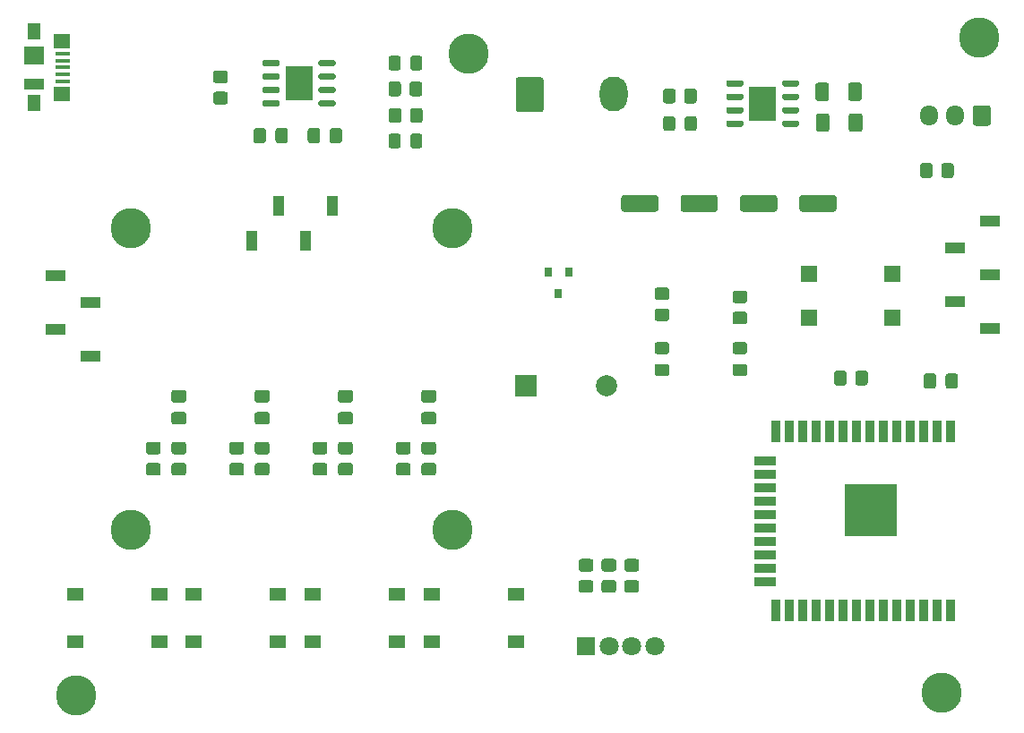
<source format=gbr>
%TF.GenerationSoftware,KiCad,Pcbnew,(5.1.10-1-10_14)*%
%TF.CreationDate,2022-01-13T07:57:04-05:00*%
%TF.ProjectId,PCB_Design,5043425f-4465-4736-9967-6e2e6b696361,rev?*%
%TF.SameCoordinates,Original*%
%TF.FileFunction,Soldermask,Top*%
%TF.FilePolarity,Negative*%
%FSLAX46Y46*%
G04 Gerber Fmt 4.6, Leading zero omitted, Abs format (unit mm)*
G04 Created by KiCad (PCBNEW (5.1.10-1-10_14)) date 2022-01-13 07:57:04*
%MOMM*%
%LPD*%
G01*
G04 APERTURE LIST*
%ADD10O,2.640000X3.300000*%
%ADD11R,1.900000X1.000000*%
%ADD12R,1.900000X1.800000*%
%ADD13R,1.300000X1.650000*%
%ADD14R,1.550000X1.425000*%
%ADD15R,1.380000X0.450000*%
%ADD16R,1.500000X1.500000*%
%ADD17R,1.000000X1.900000*%
%ADD18C,3.800000*%
%ADD19R,1.550000X1.300000*%
%ADD20R,2.000000X2.000000*%
%ADD21C,2.000000*%
%ADD22R,1.800000X1.800000*%
%ADD23C,1.800000*%
%ADD24R,2.514000X3.200000*%
%ADD25R,0.800000X0.900000*%
%ADD26O,1.700000X1.950000*%
%ADD27R,5.000000X5.000000*%
%ADD28R,0.900000X2.000000*%
%ADD29R,2.000000X0.900000*%
G04 APERTURE END LIST*
%TO.C,R2*%
G36*
G01*
X140282500Y-99989800D02*
X140282500Y-98739800D01*
G75*
G02*
X140532500Y-98489800I250000J0D01*
G01*
X141332500Y-98489800D01*
G75*
G02*
X141582500Y-98739800I0J-250000D01*
G01*
X141582500Y-99989800D01*
G75*
G02*
X141332500Y-100239800I-250000J0D01*
G01*
X140532500Y-100239800D01*
G75*
G02*
X140282500Y-99989800I0J250000D01*
G01*
G37*
G36*
G01*
X137182500Y-99989800D02*
X137182500Y-98739800D01*
G75*
G02*
X137432500Y-98489800I250000J0D01*
G01*
X138232500Y-98489800D01*
G75*
G02*
X138482500Y-98739800I0J-250000D01*
G01*
X138482500Y-99989800D01*
G75*
G02*
X138232500Y-100239800I-250000J0D01*
G01*
X137432500Y-100239800D01*
G75*
G02*
X137182500Y-99989800I0J250000D01*
G01*
G37*
%TD*%
%TO.C,R1*%
G36*
G01*
X138520600Y-101648100D02*
X138520600Y-102898100D01*
G75*
G02*
X138270600Y-103148100I-250000J0D01*
G01*
X137470600Y-103148100D01*
G75*
G02*
X137220600Y-102898100I0J250000D01*
G01*
X137220600Y-101648100D01*
G75*
G02*
X137470600Y-101398100I250000J0D01*
G01*
X138270600Y-101398100D01*
G75*
G02*
X138520600Y-101648100I0J-250000D01*
G01*
G37*
G36*
G01*
X141620600Y-101648100D02*
X141620600Y-102898100D01*
G75*
G02*
X141370600Y-103148100I-250000J0D01*
G01*
X140570600Y-103148100D01*
G75*
G02*
X140320600Y-102898100I0J250000D01*
G01*
X140320600Y-101648100D01*
G75*
G02*
X140570600Y-101398100I250000J0D01*
G01*
X141370600Y-101398100D01*
G75*
G02*
X141620600Y-101648100I0J-250000D01*
G01*
G37*
%TD*%
D10*
%TO.C,SW_ONOFF1*%
X118110000Y-99568000D03*
G36*
G01*
X111242500Y-101281500D02*
X109102500Y-101281500D01*
G75*
G02*
X108852500Y-101031500I0J250000D01*
G01*
X108852500Y-98231500D01*
G75*
G02*
X109102500Y-97981500I250000J0D01*
G01*
X111242500Y-97981500D01*
G75*
G02*
X111492500Y-98231500I0J-250000D01*
G01*
X111492500Y-101031500D01*
G75*
G02*
X111242500Y-101281500I-250000J0D01*
G01*
G37*
%TD*%
%TO.C,R_rLED1*%
G36*
G01*
X98028300Y-98635399D02*
X98028300Y-99535401D01*
G75*
G02*
X97778301Y-99785400I-249999J0D01*
G01*
X97078299Y-99785400D01*
G75*
G02*
X96828300Y-99535401I0J249999D01*
G01*
X96828300Y-98635399D01*
G75*
G02*
X97078299Y-98385400I249999J0D01*
G01*
X97778301Y-98385400D01*
G75*
G02*
X98028300Y-98635399I0J-249999D01*
G01*
G37*
G36*
G01*
X100028300Y-98635399D02*
X100028300Y-99535401D01*
G75*
G02*
X99778301Y-99785400I-249999J0D01*
G01*
X99078299Y-99785400D01*
G75*
G02*
X98828300Y-99535401I0J249999D01*
G01*
X98828300Y-98635399D01*
G75*
G02*
X99078299Y-98385400I249999J0D01*
G01*
X99778301Y-98385400D01*
G75*
G02*
X100028300Y-98635399I0J-249999D01*
G01*
G37*
%TD*%
D11*
%TO.C,J2*%
X63379500Y-98603400D03*
D12*
X63379500Y-95903400D03*
D13*
X63379500Y-100428400D03*
X63379500Y-93678400D03*
D14*
X65954500Y-99540900D03*
X65954500Y-94565900D03*
D15*
X66039500Y-98353400D03*
X66039500Y-97703400D03*
X66039500Y-97053400D03*
X66039500Y-96403400D03*
X66039500Y-95753400D03*
%TD*%
D16*
%TO.C,SW2*%
X144412800Y-116586000D03*
X136612800Y-116586000D03*
%TD*%
%TO.C,SW1*%
X136612800Y-120700800D03*
X144412800Y-120700800D03*
%TD*%
%TO.C,C_bypass1*%
G36*
G01*
X148588400Y-126245600D02*
X148588400Y-127195600D01*
G75*
G02*
X148338400Y-127445600I-250000J0D01*
G01*
X147663400Y-127445600D01*
G75*
G02*
X147413400Y-127195600I0J250000D01*
G01*
X147413400Y-126245600D01*
G75*
G02*
X147663400Y-125995600I250000J0D01*
G01*
X148338400Y-125995600D01*
G75*
G02*
X148588400Y-126245600I0J-250000D01*
G01*
G37*
G36*
G01*
X150663400Y-126245600D02*
X150663400Y-127195600D01*
G75*
G02*
X150413400Y-127445600I-250000J0D01*
G01*
X149738400Y-127445600D01*
G75*
G02*
X149488400Y-127195600I0J250000D01*
G01*
X149488400Y-126245600D01*
G75*
G02*
X149738400Y-125995600I250000J0D01*
G01*
X150413400Y-125995600D01*
G75*
G02*
X150663400Y-126245600I0J-250000D01*
G01*
G37*
%TD*%
D17*
%TO.C,Conn_OLED1*%
X91503500Y-110110000D03*
X86423500Y-110110000D03*
X88963500Y-113410000D03*
X83883500Y-113410000D03*
D18*
X72493500Y-140760000D03*
X72493500Y-112260000D03*
X102893500Y-112260000D03*
X102893500Y-140760000D03*
%TD*%
%TO.C,Tornillo vier*%
X149098000Y-156210000D03*
%TD*%
%TO.C,Tornillo drei*%
X67310000Y-156464000D03*
%TD*%
%TO.C,Tornillo zwei*%
X152654000Y-94234000D03*
%TD*%
%TO.C,Tornillo eins*%
X104394000Y-95758000D03*
%TD*%
D11*
%TO.C,Conn_prog1*%
X150369000Y-114109500D03*
X150369000Y-119189500D03*
X153669000Y-111569500D03*
X153669000Y-116649500D03*
X153669000Y-121729500D03*
%TD*%
D19*
%TO.C,BT4*%
X67208500Y-146911500D03*
X67208500Y-151411500D03*
X75158500Y-151411500D03*
X75158500Y-146911500D03*
%TD*%
%TO.C,BT3*%
X78448000Y-146911500D03*
X78448000Y-151411500D03*
X86398000Y-151411500D03*
X86398000Y-146911500D03*
%TD*%
%TO.C,BT2*%
X89687500Y-146911500D03*
X89687500Y-151411500D03*
X97637500Y-151411500D03*
X97637500Y-146911500D03*
%TD*%
%TO.C,BT1*%
X100927500Y-146911500D03*
X100927500Y-151411500D03*
X108877500Y-151411500D03*
X108877500Y-146911500D03*
%TD*%
%TO.C,Cd4*%
G36*
G01*
X76550500Y-129651000D02*
X77500500Y-129651000D01*
G75*
G02*
X77750500Y-129901000I0J-250000D01*
G01*
X77750500Y-130576000D01*
G75*
G02*
X77500500Y-130826000I-250000J0D01*
G01*
X76550500Y-130826000D01*
G75*
G02*
X76300500Y-130576000I0J250000D01*
G01*
X76300500Y-129901000D01*
G75*
G02*
X76550500Y-129651000I250000J0D01*
G01*
G37*
G36*
G01*
X76550500Y-127576000D02*
X77500500Y-127576000D01*
G75*
G02*
X77750500Y-127826000I0J-250000D01*
G01*
X77750500Y-128501000D01*
G75*
G02*
X77500500Y-128751000I-250000J0D01*
G01*
X76550500Y-128751000D01*
G75*
G02*
X76300500Y-128501000I0J250000D01*
G01*
X76300500Y-127826000D01*
G75*
G02*
X76550500Y-127576000I250000J0D01*
G01*
G37*
%TD*%
%TO.C,Cd3*%
G36*
G01*
X84424500Y-129651000D02*
X85374500Y-129651000D01*
G75*
G02*
X85624500Y-129901000I0J-250000D01*
G01*
X85624500Y-130576000D01*
G75*
G02*
X85374500Y-130826000I-250000J0D01*
G01*
X84424500Y-130826000D01*
G75*
G02*
X84174500Y-130576000I0J250000D01*
G01*
X84174500Y-129901000D01*
G75*
G02*
X84424500Y-129651000I250000J0D01*
G01*
G37*
G36*
G01*
X84424500Y-127576000D02*
X85374500Y-127576000D01*
G75*
G02*
X85624500Y-127826000I0J-250000D01*
G01*
X85624500Y-128501000D01*
G75*
G02*
X85374500Y-128751000I-250000J0D01*
G01*
X84424500Y-128751000D01*
G75*
G02*
X84174500Y-128501000I0J250000D01*
G01*
X84174500Y-127826000D01*
G75*
G02*
X84424500Y-127576000I250000J0D01*
G01*
G37*
%TD*%
%TO.C,Cd2*%
G36*
G01*
X92298500Y-129651000D02*
X93248500Y-129651000D01*
G75*
G02*
X93498500Y-129901000I0J-250000D01*
G01*
X93498500Y-130576000D01*
G75*
G02*
X93248500Y-130826000I-250000J0D01*
G01*
X92298500Y-130826000D01*
G75*
G02*
X92048500Y-130576000I0J250000D01*
G01*
X92048500Y-129901000D01*
G75*
G02*
X92298500Y-129651000I250000J0D01*
G01*
G37*
G36*
G01*
X92298500Y-127576000D02*
X93248500Y-127576000D01*
G75*
G02*
X93498500Y-127826000I0J-250000D01*
G01*
X93498500Y-128501000D01*
G75*
G02*
X93248500Y-128751000I-250000J0D01*
G01*
X92298500Y-128751000D01*
G75*
G02*
X92048500Y-128501000I0J250000D01*
G01*
X92048500Y-127826000D01*
G75*
G02*
X92298500Y-127576000I250000J0D01*
G01*
G37*
%TD*%
%TO.C,Cd1*%
G36*
G01*
X100172500Y-129651000D02*
X101122500Y-129651000D01*
G75*
G02*
X101372500Y-129901000I0J-250000D01*
G01*
X101372500Y-130576000D01*
G75*
G02*
X101122500Y-130826000I-250000J0D01*
G01*
X100172500Y-130826000D01*
G75*
G02*
X99922500Y-130576000I0J250000D01*
G01*
X99922500Y-129901000D01*
G75*
G02*
X100172500Y-129651000I250000J0D01*
G01*
G37*
G36*
G01*
X100172500Y-127576000D02*
X101122500Y-127576000D01*
G75*
G02*
X101372500Y-127826000I0J-250000D01*
G01*
X101372500Y-128501000D01*
G75*
G02*
X101122500Y-128751000I-250000J0D01*
G01*
X100172500Y-128751000D01*
G75*
G02*
X99922500Y-128501000I0J250000D01*
G01*
X99922500Y-127826000D01*
G75*
G02*
X100172500Y-127576000I250000J0D01*
G01*
G37*
%TD*%
%TO.C,C2*%
G36*
G01*
X90376500Y-103030000D02*
X90376500Y-103980000D01*
G75*
G02*
X90126500Y-104230000I-250000J0D01*
G01*
X89451500Y-104230000D01*
G75*
G02*
X89201500Y-103980000I0J250000D01*
G01*
X89201500Y-103030000D01*
G75*
G02*
X89451500Y-102780000I250000J0D01*
G01*
X90126500Y-102780000D01*
G75*
G02*
X90376500Y-103030000I0J-250000D01*
G01*
G37*
G36*
G01*
X92451500Y-103030000D02*
X92451500Y-103980000D01*
G75*
G02*
X92201500Y-104230000I-250000J0D01*
G01*
X91526500Y-104230000D01*
G75*
G02*
X91276500Y-103980000I0J250000D01*
G01*
X91276500Y-103030000D01*
G75*
G02*
X91526500Y-102780000I250000J0D01*
G01*
X92201500Y-102780000D01*
G75*
G02*
X92451500Y-103030000I0J-250000D01*
G01*
G37*
%TD*%
%TO.C,C1*%
G36*
G01*
X86153500Y-103980000D02*
X86153500Y-103030000D01*
G75*
G02*
X86403500Y-102780000I250000J0D01*
G01*
X87078500Y-102780000D01*
G75*
G02*
X87328500Y-103030000I0J-250000D01*
G01*
X87328500Y-103980000D01*
G75*
G02*
X87078500Y-104230000I-250000J0D01*
G01*
X86403500Y-104230000D01*
G75*
G02*
X86153500Y-103980000I0J250000D01*
G01*
G37*
G36*
G01*
X84078500Y-103980000D02*
X84078500Y-103030000D01*
G75*
G02*
X84328500Y-102780000I250000J0D01*
G01*
X85003500Y-102780000D01*
G75*
G02*
X85253500Y-103030000I0J-250000D01*
G01*
X85253500Y-103980000D01*
G75*
G02*
X85003500Y-104230000I-250000J0D01*
G01*
X84328500Y-104230000D01*
G75*
G02*
X84078500Y-103980000I0J250000D01*
G01*
G37*
%TD*%
%TO.C,4.7k1*%
G36*
G01*
X149069500Y-107257001D02*
X149069500Y-106356999D01*
G75*
G02*
X149319499Y-106107000I249999J0D01*
G01*
X150019501Y-106107000D01*
G75*
G02*
X150269500Y-106356999I0J-249999D01*
G01*
X150269500Y-107257001D01*
G75*
G02*
X150019501Y-107507000I-249999J0D01*
G01*
X149319499Y-107507000D01*
G75*
G02*
X149069500Y-107257001I0J249999D01*
G01*
G37*
G36*
G01*
X147069500Y-107257001D02*
X147069500Y-106356999D01*
G75*
G02*
X147319499Y-106107000I249999J0D01*
G01*
X148019501Y-106107000D01*
G75*
G02*
X148269500Y-106356999I0J-249999D01*
G01*
X148269500Y-107257001D01*
G75*
G02*
X148019501Y-107507000I-249999J0D01*
G01*
X147319499Y-107507000D01*
G75*
G02*
X147069500Y-107257001I0J249999D01*
G01*
G37*
%TD*%
D20*
%TO.C,Buzzer1*%
X109855000Y-127190500D03*
D21*
X117455000Y-127190500D03*
%TD*%
D22*
%TO.C,D1*%
X115519200Y-151790400D03*
D23*
X117678200Y-151790400D03*
X119837200Y-151790400D03*
X121996200Y-151790400D03*
%TD*%
%TO.C,FlagLED_R1*%
G36*
G01*
X122787500Y-102812001D02*
X122787500Y-101911999D01*
G75*
G02*
X123037499Y-101662000I249999J0D01*
G01*
X123687501Y-101662000D01*
G75*
G02*
X123937500Y-101911999I0J-249999D01*
G01*
X123937500Y-102812001D01*
G75*
G02*
X123687501Y-103062000I-249999J0D01*
G01*
X123037499Y-103062000D01*
G75*
G02*
X122787500Y-102812001I0J249999D01*
G01*
G37*
G36*
G01*
X124837500Y-102812001D02*
X124837500Y-101911999D01*
G75*
G02*
X125087499Y-101662000I249999J0D01*
G01*
X125737501Y-101662000D01*
G75*
G02*
X125987500Y-101911999I0J-249999D01*
G01*
X125987500Y-102812001D01*
G75*
G02*
X125737501Y-103062000I-249999J0D01*
G01*
X125087499Y-103062000D01*
G75*
G02*
X124837500Y-102812001I0J249999D01*
G01*
G37*
%TD*%
%TO.C,gLED1*%
G36*
G01*
X97991400Y-103562999D02*
X97991400Y-104463001D01*
G75*
G02*
X97741401Y-104713000I-249999J0D01*
G01*
X97091399Y-104713000D01*
G75*
G02*
X96841400Y-104463001I0J249999D01*
G01*
X96841400Y-103562999D01*
G75*
G02*
X97091399Y-103313000I249999J0D01*
G01*
X97741401Y-103313000D01*
G75*
G02*
X97991400Y-103562999I0J-249999D01*
G01*
G37*
G36*
G01*
X100041400Y-103562999D02*
X100041400Y-104463001D01*
G75*
G02*
X99791401Y-104713000I-249999J0D01*
G01*
X99141399Y-104713000D01*
G75*
G02*
X98891400Y-104463001I0J249999D01*
G01*
X98891400Y-103562999D01*
G75*
G02*
X99141399Y-103313000I249999J0D01*
G01*
X99791401Y-103313000D01*
G75*
G02*
X100041400Y-103562999I0J-249999D01*
G01*
G37*
%TD*%
D24*
%TO.C,IC1*%
X132207000Y-100457000D03*
G36*
G01*
X134032000Y-98702000D02*
X134032000Y-98402000D01*
G75*
G02*
X134182000Y-98252000I150000J0D01*
G01*
X135507000Y-98252000D01*
G75*
G02*
X135657000Y-98402000I0J-150000D01*
G01*
X135657000Y-98702000D01*
G75*
G02*
X135507000Y-98852000I-150000J0D01*
G01*
X134182000Y-98852000D01*
G75*
G02*
X134032000Y-98702000I0J150000D01*
G01*
G37*
G36*
G01*
X134032000Y-99972000D02*
X134032000Y-99672000D01*
G75*
G02*
X134182000Y-99522000I150000J0D01*
G01*
X135507000Y-99522000D01*
G75*
G02*
X135657000Y-99672000I0J-150000D01*
G01*
X135657000Y-99972000D01*
G75*
G02*
X135507000Y-100122000I-150000J0D01*
G01*
X134182000Y-100122000D01*
G75*
G02*
X134032000Y-99972000I0J150000D01*
G01*
G37*
G36*
G01*
X134032000Y-101242000D02*
X134032000Y-100942000D01*
G75*
G02*
X134182000Y-100792000I150000J0D01*
G01*
X135507000Y-100792000D01*
G75*
G02*
X135657000Y-100942000I0J-150000D01*
G01*
X135657000Y-101242000D01*
G75*
G02*
X135507000Y-101392000I-150000J0D01*
G01*
X134182000Y-101392000D01*
G75*
G02*
X134032000Y-101242000I0J150000D01*
G01*
G37*
G36*
G01*
X134032000Y-102512000D02*
X134032000Y-102212000D01*
G75*
G02*
X134182000Y-102062000I150000J0D01*
G01*
X135507000Y-102062000D01*
G75*
G02*
X135657000Y-102212000I0J-150000D01*
G01*
X135657000Y-102512000D01*
G75*
G02*
X135507000Y-102662000I-150000J0D01*
G01*
X134182000Y-102662000D01*
G75*
G02*
X134032000Y-102512000I0J150000D01*
G01*
G37*
G36*
G01*
X128757000Y-102512000D02*
X128757000Y-102212000D01*
G75*
G02*
X128907000Y-102062000I150000J0D01*
G01*
X130232000Y-102062000D01*
G75*
G02*
X130382000Y-102212000I0J-150000D01*
G01*
X130382000Y-102512000D01*
G75*
G02*
X130232000Y-102662000I-150000J0D01*
G01*
X128907000Y-102662000D01*
G75*
G02*
X128757000Y-102512000I0J150000D01*
G01*
G37*
G36*
G01*
X128757000Y-101242000D02*
X128757000Y-100942000D01*
G75*
G02*
X128907000Y-100792000I150000J0D01*
G01*
X130232000Y-100792000D01*
G75*
G02*
X130382000Y-100942000I0J-150000D01*
G01*
X130382000Y-101242000D01*
G75*
G02*
X130232000Y-101392000I-150000J0D01*
G01*
X128907000Y-101392000D01*
G75*
G02*
X128757000Y-101242000I0J150000D01*
G01*
G37*
G36*
G01*
X128757000Y-99972000D02*
X128757000Y-99672000D01*
G75*
G02*
X128907000Y-99522000I150000J0D01*
G01*
X130232000Y-99522000D01*
G75*
G02*
X130382000Y-99672000I0J-150000D01*
G01*
X130382000Y-99972000D01*
G75*
G02*
X130232000Y-100122000I-150000J0D01*
G01*
X128907000Y-100122000D01*
G75*
G02*
X128757000Y-99972000I0J150000D01*
G01*
G37*
G36*
G01*
X128757000Y-98702000D02*
X128757000Y-98402000D01*
G75*
G02*
X128907000Y-98252000I150000J0D01*
G01*
X130232000Y-98252000D01*
G75*
G02*
X130382000Y-98402000I0J-150000D01*
G01*
X130382000Y-98702000D01*
G75*
G02*
X130232000Y-98852000I-150000J0D01*
G01*
X128907000Y-98852000D01*
G75*
G02*
X128757000Y-98702000I0J150000D01*
G01*
G37*
%TD*%
%TO.C,J1*%
G36*
G01*
X84942000Y-96797000D02*
X84942000Y-96497000D01*
G75*
G02*
X85092000Y-96347000I150000J0D01*
G01*
X86417000Y-96347000D01*
G75*
G02*
X86567000Y-96497000I0J-150000D01*
G01*
X86567000Y-96797000D01*
G75*
G02*
X86417000Y-96947000I-150000J0D01*
G01*
X85092000Y-96947000D01*
G75*
G02*
X84942000Y-96797000I0J150000D01*
G01*
G37*
G36*
G01*
X84942000Y-98067000D02*
X84942000Y-97767000D01*
G75*
G02*
X85092000Y-97617000I150000J0D01*
G01*
X86417000Y-97617000D01*
G75*
G02*
X86567000Y-97767000I0J-150000D01*
G01*
X86567000Y-98067000D01*
G75*
G02*
X86417000Y-98217000I-150000J0D01*
G01*
X85092000Y-98217000D01*
G75*
G02*
X84942000Y-98067000I0J150000D01*
G01*
G37*
G36*
G01*
X84942000Y-99337000D02*
X84942000Y-99037000D01*
G75*
G02*
X85092000Y-98887000I150000J0D01*
G01*
X86417000Y-98887000D01*
G75*
G02*
X86567000Y-99037000I0J-150000D01*
G01*
X86567000Y-99337000D01*
G75*
G02*
X86417000Y-99487000I-150000J0D01*
G01*
X85092000Y-99487000D01*
G75*
G02*
X84942000Y-99337000I0J150000D01*
G01*
G37*
G36*
G01*
X84942000Y-100607000D02*
X84942000Y-100307000D01*
G75*
G02*
X85092000Y-100157000I150000J0D01*
G01*
X86417000Y-100157000D01*
G75*
G02*
X86567000Y-100307000I0J-150000D01*
G01*
X86567000Y-100607000D01*
G75*
G02*
X86417000Y-100757000I-150000J0D01*
G01*
X85092000Y-100757000D01*
G75*
G02*
X84942000Y-100607000I0J150000D01*
G01*
G37*
G36*
G01*
X90217000Y-100607000D02*
X90217000Y-100307000D01*
G75*
G02*
X90367000Y-100157000I150000J0D01*
G01*
X91692000Y-100157000D01*
G75*
G02*
X91842000Y-100307000I0J-150000D01*
G01*
X91842000Y-100607000D01*
G75*
G02*
X91692000Y-100757000I-150000J0D01*
G01*
X90367000Y-100757000D01*
G75*
G02*
X90217000Y-100607000I0J150000D01*
G01*
G37*
G36*
G01*
X90217000Y-99337000D02*
X90217000Y-99037000D01*
G75*
G02*
X90367000Y-98887000I150000J0D01*
G01*
X91692000Y-98887000D01*
G75*
G02*
X91842000Y-99037000I0J-150000D01*
G01*
X91842000Y-99337000D01*
G75*
G02*
X91692000Y-99487000I-150000J0D01*
G01*
X90367000Y-99487000D01*
G75*
G02*
X90217000Y-99337000I0J150000D01*
G01*
G37*
G36*
G01*
X90217000Y-98067000D02*
X90217000Y-97767000D01*
G75*
G02*
X90367000Y-97617000I150000J0D01*
G01*
X91692000Y-97617000D01*
G75*
G02*
X91842000Y-97767000I0J-150000D01*
G01*
X91842000Y-98067000D01*
G75*
G02*
X91692000Y-98217000I-150000J0D01*
G01*
X90367000Y-98217000D01*
G75*
G02*
X90217000Y-98067000I0J150000D01*
G01*
G37*
G36*
G01*
X90217000Y-96797000D02*
X90217000Y-96497000D01*
G75*
G02*
X90367000Y-96347000I150000J0D01*
G01*
X91692000Y-96347000D01*
G75*
G02*
X91842000Y-96497000I0J-150000D01*
G01*
X91842000Y-96797000D01*
G75*
G02*
X91692000Y-96947000I-150000J0D01*
G01*
X90367000Y-96947000D01*
G75*
G02*
X90217000Y-96797000I0J150000D01*
G01*
G37*
X88392000Y-98552000D03*
%TD*%
%TO.C,LED_Piloto_G1*%
G36*
G01*
X130498001Y-124191500D02*
X129597999Y-124191500D01*
G75*
G02*
X129348000Y-123941501I0J249999D01*
G01*
X129348000Y-123291499D01*
G75*
G02*
X129597999Y-123041500I249999J0D01*
G01*
X130498001Y-123041500D01*
G75*
G02*
X130748000Y-123291499I0J-249999D01*
G01*
X130748000Y-123941501D01*
G75*
G02*
X130498001Y-124191500I-249999J0D01*
G01*
G37*
G36*
G01*
X130498001Y-126241500D02*
X129597999Y-126241500D01*
G75*
G02*
X129348000Y-125991501I0J249999D01*
G01*
X129348000Y-125341499D01*
G75*
G02*
X129597999Y-125091500I249999J0D01*
G01*
X130498001Y-125091500D01*
G75*
G02*
X130748000Y-125341499I0J-249999D01*
G01*
X130748000Y-125991501D01*
G75*
G02*
X130498001Y-126241500I-249999J0D01*
G01*
G37*
%TD*%
%TO.C,LED_Prog_B1*%
G36*
G01*
X122231999Y-123041500D02*
X123132001Y-123041500D01*
G75*
G02*
X123382000Y-123291499I0J-249999D01*
G01*
X123382000Y-123941501D01*
G75*
G02*
X123132001Y-124191500I-249999J0D01*
G01*
X122231999Y-124191500D01*
G75*
G02*
X121982000Y-123941501I0J249999D01*
G01*
X121982000Y-123291499D01*
G75*
G02*
X122231999Y-123041500I249999J0D01*
G01*
G37*
G36*
G01*
X122231999Y-125091500D02*
X123132001Y-125091500D01*
G75*
G02*
X123382000Y-125341499I0J-249999D01*
G01*
X123382000Y-125991501D01*
G75*
G02*
X123132001Y-126241500I-249999J0D01*
G01*
X122231999Y-126241500D01*
G75*
G02*
X121982000Y-125991501I0J249999D01*
G01*
X121982000Y-125341499D01*
G75*
G02*
X122231999Y-125091500I249999J0D01*
G01*
G37*
%TD*%
D25*
%TO.C,NMOS_Buzzer1*%
X113853000Y-116411500D03*
X111953000Y-116411500D03*
X112903000Y-118411500D03*
%TD*%
%TO.C,R_gLED1*%
G36*
G01*
X96866400Y-102050001D02*
X96866400Y-101149999D01*
G75*
G02*
X97116399Y-100900000I249999J0D01*
G01*
X97816401Y-100900000D01*
G75*
G02*
X98066400Y-101149999I0J-249999D01*
G01*
X98066400Y-102050001D01*
G75*
G02*
X97816401Y-102300000I-249999J0D01*
G01*
X97116399Y-102300000D01*
G75*
G02*
X96866400Y-102050001I0J249999D01*
G01*
G37*
G36*
G01*
X98866400Y-102050001D02*
X98866400Y-101149999D01*
G75*
G02*
X99116399Y-100900000I249999J0D01*
G01*
X99816401Y-100900000D01*
G75*
G02*
X100066400Y-101149999I0J-249999D01*
G01*
X100066400Y-102050001D01*
G75*
G02*
X99816401Y-102300000I-249999J0D01*
G01*
X99116399Y-102300000D01*
G75*
G02*
X98866400Y-102050001I0J249999D01*
G01*
G37*
%TD*%
%TO.C,R_Piloto1*%
G36*
G01*
X129597999Y-120161000D02*
X130498001Y-120161000D01*
G75*
G02*
X130748000Y-120410999I0J-249999D01*
G01*
X130748000Y-121111001D01*
G75*
G02*
X130498001Y-121361000I-249999J0D01*
G01*
X129597999Y-121361000D01*
G75*
G02*
X129348000Y-121111001I0J249999D01*
G01*
X129348000Y-120410999D01*
G75*
G02*
X129597999Y-120161000I249999J0D01*
G01*
G37*
G36*
G01*
X129597999Y-118161000D02*
X130498001Y-118161000D01*
G75*
G02*
X130748000Y-118410999I0J-249999D01*
G01*
X130748000Y-119111001D01*
G75*
G02*
X130498001Y-119361000I-249999J0D01*
G01*
X129597999Y-119361000D01*
G75*
G02*
X129348000Y-119111001I0J249999D01*
G01*
X129348000Y-118410999D01*
G75*
G02*
X129597999Y-118161000I249999J0D01*
G01*
G37*
%TD*%
%TO.C,R_PROG1*%
G36*
G01*
X80512499Y-99349000D02*
X81412501Y-99349000D01*
G75*
G02*
X81662500Y-99598999I0J-249999D01*
G01*
X81662500Y-100299001D01*
G75*
G02*
X81412501Y-100549000I-249999J0D01*
G01*
X80512499Y-100549000D01*
G75*
G02*
X80262500Y-100299001I0J249999D01*
G01*
X80262500Y-99598999D01*
G75*
G02*
X80512499Y-99349000I249999J0D01*
G01*
G37*
G36*
G01*
X80512499Y-97349000D02*
X81412501Y-97349000D01*
G75*
G02*
X81662500Y-97598999I0J-249999D01*
G01*
X81662500Y-98299001D01*
G75*
G02*
X81412501Y-98549000I-249999J0D01*
G01*
X80512499Y-98549000D01*
G75*
G02*
X80262500Y-98299001I0J249999D01*
G01*
X80262500Y-97598999D01*
G75*
G02*
X80512499Y-97349000I249999J0D01*
G01*
G37*
%TD*%
%TO.C,R_Prog_B1*%
G36*
G01*
X122231999Y-119859500D02*
X123132001Y-119859500D01*
G75*
G02*
X123382000Y-120109499I0J-249999D01*
G01*
X123382000Y-120809501D01*
G75*
G02*
X123132001Y-121059500I-249999J0D01*
G01*
X122231999Y-121059500D01*
G75*
G02*
X121982000Y-120809501I0J249999D01*
G01*
X121982000Y-120109499D01*
G75*
G02*
X122231999Y-119859500I249999J0D01*
G01*
G37*
G36*
G01*
X122231999Y-117859500D02*
X123132001Y-117859500D01*
G75*
G02*
X123382000Y-118109499I0J-249999D01*
G01*
X123382000Y-118809501D01*
G75*
G02*
X123132001Y-119059500I-249999J0D01*
G01*
X122231999Y-119059500D01*
G75*
G02*
X121982000Y-118809501I0J249999D01*
G01*
X121982000Y-118109499D01*
G75*
G02*
X122231999Y-117859500I249999J0D01*
G01*
G37*
%TD*%
%TO.C,R_RGB_B1*%
G36*
G01*
X115956501Y-144745000D02*
X115056499Y-144745000D01*
G75*
G02*
X114806500Y-144495001I0J249999D01*
G01*
X114806500Y-143794999D01*
G75*
G02*
X115056499Y-143545000I249999J0D01*
G01*
X115956501Y-143545000D01*
G75*
G02*
X116206500Y-143794999I0J-249999D01*
G01*
X116206500Y-144495001D01*
G75*
G02*
X115956501Y-144745000I-249999J0D01*
G01*
G37*
G36*
G01*
X115956501Y-146745000D02*
X115056499Y-146745000D01*
G75*
G02*
X114806500Y-146495001I0J249999D01*
G01*
X114806500Y-145794999D01*
G75*
G02*
X115056499Y-145545000I249999J0D01*
G01*
X115956501Y-145545000D01*
G75*
G02*
X116206500Y-145794999I0J-249999D01*
G01*
X116206500Y-146495001D01*
G75*
G02*
X115956501Y-146745000I-249999J0D01*
G01*
G37*
%TD*%
%TO.C,R_RGB_G1*%
G36*
G01*
X118115501Y-146745000D02*
X117215499Y-146745000D01*
G75*
G02*
X116965500Y-146495001I0J249999D01*
G01*
X116965500Y-145794999D01*
G75*
G02*
X117215499Y-145545000I249999J0D01*
G01*
X118115501Y-145545000D01*
G75*
G02*
X118365500Y-145794999I0J-249999D01*
G01*
X118365500Y-146495001D01*
G75*
G02*
X118115501Y-146745000I-249999J0D01*
G01*
G37*
G36*
G01*
X118115501Y-144745000D02*
X117215499Y-144745000D01*
G75*
G02*
X116965500Y-144495001I0J249999D01*
G01*
X116965500Y-143794999D01*
G75*
G02*
X117215499Y-143545000I249999J0D01*
G01*
X118115501Y-143545000D01*
G75*
G02*
X118365500Y-143794999I0J-249999D01*
G01*
X118365500Y-144495001D01*
G75*
G02*
X118115501Y-144745000I-249999J0D01*
G01*
G37*
%TD*%
%TO.C,R_RGB_R1*%
G36*
G01*
X120274501Y-144745000D02*
X119374499Y-144745000D01*
G75*
G02*
X119124500Y-144495001I0J249999D01*
G01*
X119124500Y-143794999D01*
G75*
G02*
X119374499Y-143545000I249999J0D01*
G01*
X120274501Y-143545000D01*
G75*
G02*
X120524500Y-143794999I0J-249999D01*
G01*
X120524500Y-144495001D01*
G75*
G02*
X120274501Y-144745000I-249999J0D01*
G01*
G37*
G36*
G01*
X120274501Y-146745000D02*
X119374499Y-146745000D01*
G75*
G02*
X119124500Y-146495001I0J249999D01*
G01*
X119124500Y-145794999D01*
G75*
G02*
X119374499Y-145545000I249999J0D01*
G01*
X120274501Y-145545000D01*
G75*
G02*
X120524500Y-145794999I0J-249999D01*
G01*
X120524500Y-146495001D01*
G75*
G02*
X120274501Y-146745000I-249999J0D01*
G01*
G37*
%TD*%
%TO.C,R_rLed1*%
G36*
G01*
X124780500Y-100208501D02*
X124780500Y-99308499D01*
G75*
G02*
X125030499Y-99058500I249999J0D01*
G01*
X125730501Y-99058500D01*
G75*
G02*
X125980500Y-99308499I0J-249999D01*
G01*
X125980500Y-100208501D01*
G75*
G02*
X125730501Y-100458500I-249999J0D01*
G01*
X125030499Y-100458500D01*
G75*
G02*
X124780500Y-100208501I0J249999D01*
G01*
G37*
G36*
G01*
X122780500Y-100208501D02*
X122780500Y-99308499D01*
G75*
G02*
X123030499Y-99058500I249999J0D01*
G01*
X123730501Y-99058500D01*
G75*
G02*
X123980500Y-99308499I0J-249999D01*
G01*
X123980500Y-100208501D01*
G75*
G02*
X123730501Y-100458500I-249999J0D01*
G01*
X123030499Y-100458500D01*
G75*
G02*
X122780500Y-100208501I0J249999D01*
G01*
G37*
%TD*%
%TO.C,Rd1*%
G36*
G01*
X100197499Y-132464500D02*
X101097501Y-132464500D01*
G75*
G02*
X101347500Y-132714499I0J-249999D01*
G01*
X101347500Y-133414501D01*
G75*
G02*
X101097501Y-133664500I-249999J0D01*
G01*
X100197499Y-133664500D01*
G75*
G02*
X99947500Y-133414501I0J249999D01*
G01*
X99947500Y-132714499D01*
G75*
G02*
X100197499Y-132464500I249999J0D01*
G01*
G37*
G36*
G01*
X100197499Y-134464500D02*
X101097501Y-134464500D01*
G75*
G02*
X101347500Y-134714499I0J-249999D01*
G01*
X101347500Y-135414501D01*
G75*
G02*
X101097501Y-135664500I-249999J0D01*
G01*
X100197499Y-135664500D01*
G75*
G02*
X99947500Y-135414501I0J249999D01*
G01*
X99947500Y-134714499D01*
G75*
G02*
X100197499Y-134464500I249999J0D01*
G01*
G37*
%TD*%
%TO.C,Rd2*%
G36*
G01*
X92323499Y-132464500D02*
X93223501Y-132464500D01*
G75*
G02*
X93473500Y-132714499I0J-249999D01*
G01*
X93473500Y-133414501D01*
G75*
G02*
X93223501Y-133664500I-249999J0D01*
G01*
X92323499Y-133664500D01*
G75*
G02*
X92073500Y-133414501I0J249999D01*
G01*
X92073500Y-132714499D01*
G75*
G02*
X92323499Y-132464500I249999J0D01*
G01*
G37*
G36*
G01*
X92323499Y-134464500D02*
X93223501Y-134464500D01*
G75*
G02*
X93473500Y-134714499I0J-249999D01*
G01*
X93473500Y-135414501D01*
G75*
G02*
X93223501Y-135664500I-249999J0D01*
G01*
X92323499Y-135664500D01*
G75*
G02*
X92073500Y-135414501I0J249999D01*
G01*
X92073500Y-134714499D01*
G75*
G02*
X92323499Y-134464500I249999J0D01*
G01*
G37*
%TD*%
%TO.C,Rd3*%
G36*
G01*
X84449499Y-132464500D02*
X85349501Y-132464500D01*
G75*
G02*
X85599500Y-132714499I0J-249999D01*
G01*
X85599500Y-133414501D01*
G75*
G02*
X85349501Y-133664500I-249999J0D01*
G01*
X84449499Y-133664500D01*
G75*
G02*
X84199500Y-133414501I0J249999D01*
G01*
X84199500Y-132714499D01*
G75*
G02*
X84449499Y-132464500I249999J0D01*
G01*
G37*
G36*
G01*
X84449499Y-134464500D02*
X85349501Y-134464500D01*
G75*
G02*
X85599500Y-134714499I0J-249999D01*
G01*
X85599500Y-135414501D01*
G75*
G02*
X85349501Y-135664500I-249999J0D01*
G01*
X84449499Y-135664500D01*
G75*
G02*
X84199500Y-135414501I0J249999D01*
G01*
X84199500Y-134714499D01*
G75*
G02*
X84449499Y-134464500I249999J0D01*
G01*
G37*
%TD*%
%TO.C,Rd4*%
G36*
G01*
X76575499Y-134464500D02*
X77475501Y-134464500D01*
G75*
G02*
X77725500Y-134714499I0J-249999D01*
G01*
X77725500Y-135414501D01*
G75*
G02*
X77475501Y-135664500I-249999J0D01*
G01*
X76575499Y-135664500D01*
G75*
G02*
X76325500Y-135414501I0J249999D01*
G01*
X76325500Y-134714499D01*
G75*
G02*
X76575499Y-134464500I249999J0D01*
G01*
G37*
G36*
G01*
X76575499Y-132464500D02*
X77475501Y-132464500D01*
G75*
G02*
X77725500Y-132714499I0J-249999D01*
G01*
X77725500Y-133414501D01*
G75*
G02*
X77475501Y-133664500I-249999J0D01*
G01*
X76575499Y-133664500D01*
G75*
G02*
X76325500Y-133414501I0J249999D01*
G01*
X76325500Y-132714499D01*
G75*
G02*
X76575499Y-132464500I249999J0D01*
G01*
G37*
%TD*%
%TO.C,Ren1*%
G36*
G01*
X140147600Y-125991199D02*
X140147600Y-126891201D01*
G75*
G02*
X139897601Y-127141200I-249999J0D01*
G01*
X139197599Y-127141200D01*
G75*
G02*
X138947600Y-126891201I0J249999D01*
G01*
X138947600Y-125991199D01*
G75*
G02*
X139197599Y-125741200I249999J0D01*
G01*
X139897601Y-125741200D01*
G75*
G02*
X140147600Y-125991199I0J-249999D01*
G01*
G37*
G36*
G01*
X142147600Y-125991199D02*
X142147600Y-126891201D01*
G75*
G02*
X141897601Y-127141200I-249999J0D01*
G01*
X141197599Y-127141200D01*
G75*
G02*
X140947600Y-126891201I0J249999D01*
G01*
X140947600Y-125991199D01*
G75*
G02*
X141197599Y-125741200I249999J0D01*
G01*
X141897601Y-125741200D01*
G75*
G02*
X142147600Y-125991199I0J-249999D01*
G01*
G37*
%TD*%
%TO.C,rLED1*%
G36*
G01*
X100041400Y-96196999D02*
X100041400Y-97097001D01*
G75*
G02*
X99791401Y-97347000I-249999J0D01*
G01*
X99141399Y-97347000D01*
G75*
G02*
X98891400Y-97097001I0J249999D01*
G01*
X98891400Y-96196999D01*
G75*
G02*
X99141399Y-95947000I249999J0D01*
G01*
X99791401Y-95947000D01*
G75*
G02*
X100041400Y-96196999I0J-249999D01*
G01*
G37*
G36*
G01*
X97991400Y-96196999D02*
X97991400Y-97097001D01*
G75*
G02*
X97741401Y-97347000I-249999J0D01*
G01*
X97091399Y-97347000D01*
G75*
G02*
X96841400Y-97097001I0J249999D01*
G01*
X96841400Y-96196999D01*
G75*
G02*
X97091399Y-95947000I249999J0D01*
G01*
X97741401Y-95947000D01*
G75*
G02*
X97991400Y-96196999I0J-249999D01*
G01*
G37*
%TD*%
%TO.C,Rogers1*%
G36*
G01*
X133576000Y-109368500D02*
X133576000Y-110468500D01*
G75*
G02*
X133326000Y-110718500I-250000J0D01*
G01*
X130326000Y-110718500D01*
G75*
G02*
X130076000Y-110468500I0J250000D01*
G01*
X130076000Y-109368500D01*
G75*
G02*
X130326000Y-109118500I250000J0D01*
G01*
X133326000Y-109118500D01*
G75*
G02*
X133576000Y-109368500I0J-250000D01*
G01*
G37*
G36*
G01*
X139176000Y-109368500D02*
X139176000Y-110468500D01*
G75*
G02*
X138926000Y-110718500I-250000J0D01*
G01*
X135926000Y-110718500D01*
G75*
G02*
X135676000Y-110468500I0J250000D01*
G01*
X135676000Y-109368500D01*
G75*
G02*
X135926000Y-109118500I250000J0D01*
G01*
X138926000Y-109118500D01*
G75*
G02*
X139176000Y-109368500I0J-250000D01*
G01*
G37*
%TD*%
%TO.C,Rpd1*%
G36*
G01*
X98684501Y-133664500D02*
X97784499Y-133664500D01*
G75*
G02*
X97534500Y-133414501I0J249999D01*
G01*
X97534500Y-132714499D01*
G75*
G02*
X97784499Y-132464500I249999J0D01*
G01*
X98684501Y-132464500D01*
G75*
G02*
X98934500Y-132714499I0J-249999D01*
G01*
X98934500Y-133414501D01*
G75*
G02*
X98684501Y-133664500I-249999J0D01*
G01*
G37*
G36*
G01*
X98684501Y-135664500D02*
X97784499Y-135664500D01*
G75*
G02*
X97534500Y-135414501I0J249999D01*
G01*
X97534500Y-134714499D01*
G75*
G02*
X97784499Y-134464500I249999J0D01*
G01*
X98684501Y-134464500D01*
G75*
G02*
X98934500Y-134714499I0J-249999D01*
G01*
X98934500Y-135414501D01*
G75*
G02*
X98684501Y-135664500I-249999J0D01*
G01*
G37*
%TD*%
%TO.C,Rpd2*%
G36*
G01*
X90810501Y-135664500D02*
X89910499Y-135664500D01*
G75*
G02*
X89660500Y-135414501I0J249999D01*
G01*
X89660500Y-134714499D01*
G75*
G02*
X89910499Y-134464500I249999J0D01*
G01*
X90810501Y-134464500D01*
G75*
G02*
X91060500Y-134714499I0J-249999D01*
G01*
X91060500Y-135414501D01*
G75*
G02*
X90810501Y-135664500I-249999J0D01*
G01*
G37*
G36*
G01*
X90810501Y-133664500D02*
X89910499Y-133664500D01*
G75*
G02*
X89660500Y-133414501I0J249999D01*
G01*
X89660500Y-132714499D01*
G75*
G02*
X89910499Y-132464500I249999J0D01*
G01*
X90810501Y-132464500D01*
G75*
G02*
X91060500Y-132714499I0J-249999D01*
G01*
X91060500Y-133414501D01*
G75*
G02*
X90810501Y-133664500I-249999J0D01*
G01*
G37*
%TD*%
%TO.C,Rpd3*%
G36*
G01*
X82936501Y-135664500D02*
X82036499Y-135664500D01*
G75*
G02*
X81786500Y-135414501I0J249999D01*
G01*
X81786500Y-134714499D01*
G75*
G02*
X82036499Y-134464500I249999J0D01*
G01*
X82936501Y-134464500D01*
G75*
G02*
X83186500Y-134714499I0J-249999D01*
G01*
X83186500Y-135414501D01*
G75*
G02*
X82936501Y-135664500I-249999J0D01*
G01*
G37*
G36*
G01*
X82936501Y-133664500D02*
X82036499Y-133664500D01*
G75*
G02*
X81786500Y-133414501I0J249999D01*
G01*
X81786500Y-132714499D01*
G75*
G02*
X82036499Y-132464500I249999J0D01*
G01*
X82936501Y-132464500D01*
G75*
G02*
X83186500Y-132714499I0J-249999D01*
G01*
X83186500Y-133414501D01*
G75*
G02*
X82936501Y-133664500I-249999J0D01*
G01*
G37*
%TD*%
%TO.C,Rpd4*%
G36*
G01*
X75062501Y-135664500D02*
X74162499Y-135664500D01*
G75*
G02*
X73912500Y-135414501I0J249999D01*
G01*
X73912500Y-134714499D01*
G75*
G02*
X74162499Y-134464500I249999J0D01*
G01*
X75062501Y-134464500D01*
G75*
G02*
X75312500Y-134714499I0J-249999D01*
G01*
X75312500Y-135414501D01*
G75*
G02*
X75062501Y-135664500I-249999J0D01*
G01*
G37*
G36*
G01*
X75062501Y-133664500D02*
X74162499Y-133664500D01*
G75*
G02*
X73912500Y-133414501I0J249999D01*
G01*
X73912500Y-132714499D01*
G75*
G02*
X74162499Y-132464500I249999J0D01*
G01*
X75062501Y-132464500D01*
G75*
G02*
X75312500Y-132714499I0J-249999D01*
G01*
X75312500Y-133414501D01*
G75*
G02*
X75062501Y-133664500I-249999J0D01*
G01*
G37*
%TD*%
%TO.C,Sens_Temp1*%
G36*
G01*
X153758000Y-100875000D02*
X153758000Y-102325000D01*
G75*
G02*
X153508000Y-102575000I-250000J0D01*
G01*
X152308000Y-102575000D01*
G75*
G02*
X152058000Y-102325000I0J250000D01*
G01*
X152058000Y-100875000D01*
G75*
G02*
X152308000Y-100625000I250000J0D01*
G01*
X153508000Y-100625000D01*
G75*
G02*
X153758000Y-100875000I0J-250000D01*
G01*
G37*
D26*
X150408000Y-101600000D03*
X147908000Y-101600000D03*
%TD*%
%TO.C,Steve1*%
G36*
G01*
X118836500Y-110468500D02*
X118836500Y-109368500D01*
G75*
G02*
X119086500Y-109118500I250000J0D01*
G01*
X122086500Y-109118500D01*
G75*
G02*
X122336500Y-109368500I0J-250000D01*
G01*
X122336500Y-110468500D01*
G75*
G02*
X122086500Y-110718500I-250000J0D01*
G01*
X119086500Y-110718500D01*
G75*
G02*
X118836500Y-110468500I0J250000D01*
G01*
G37*
G36*
G01*
X124436500Y-110468500D02*
X124436500Y-109368500D01*
G75*
G02*
X124686500Y-109118500I250000J0D01*
G01*
X127686500Y-109118500D01*
G75*
G02*
X127936500Y-109368500I0J-250000D01*
G01*
X127936500Y-110468500D01*
G75*
G02*
X127686500Y-110718500I-250000J0D01*
G01*
X124686500Y-110718500D01*
G75*
G02*
X124436500Y-110468500I0J250000D01*
G01*
G37*
%TD*%
D27*
%TO.C,U1*%
X142423500Y-138954000D03*
D28*
X149923500Y-131454000D03*
X148653500Y-131454000D03*
X147383500Y-131454000D03*
X146113500Y-131454000D03*
X144843500Y-131454000D03*
X143573500Y-131454000D03*
X142303500Y-131454000D03*
X141033500Y-131454000D03*
X139763500Y-131454000D03*
X138493500Y-131454000D03*
X137223500Y-131454000D03*
X135953500Y-131454000D03*
X134683500Y-131454000D03*
X133413500Y-131454000D03*
D29*
X132413500Y-134239000D03*
X132413500Y-135509000D03*
X132413500Y-136779000D03*
X132413500Y-138049000D03*
X132413500Y-139319000D03*
X132413500Y-140589000D03*
X132413500Y-141859000D03*
X132413500Y-143129000D03*
X132413500Y-144399000D03*
X132413500Y-145669000D03*
D28*
X133413500Y-148454000D03*
X134683500Y-148454000D03*
X135953500Y-148454000D03*
X137223500Y-148454000D03*
X138493500Y-148454000D03*
X139763500Y-148454000D03*
X141033500Y-148454000D03*
X142303500Y-148454000D03*
X143573500Y-148454000D03*
X144843500Y-148454000D03*
X146113500Y-148454000D03*
X147383500Y-148454000D03*
X148653500Y-148454000D03*
X149923500Y-148454000D03*
%TD*%
D11*
%TO.C,Conn_I2C1*%
X68706000Y-124333000D03*
X68706000Y-119253000D03*
X65406000Y-121793000D03*
X65406000Y-116713000D03*
%TD*%
M02*

</source>
